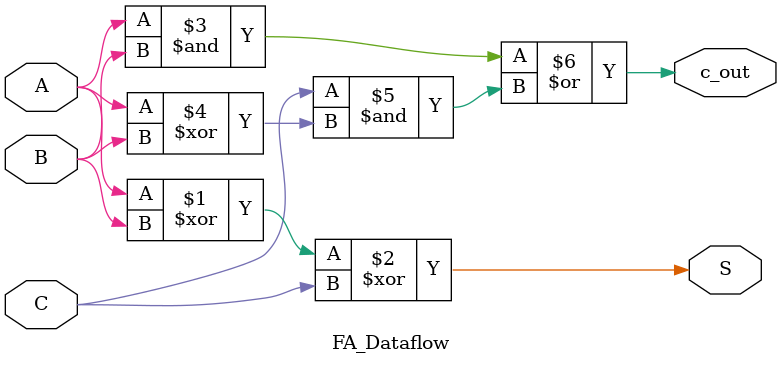
<source format=v>
`timescale 1ns / 1ps


module FA_Dataflow(
output S,
output c_out,
input A,
input B,
input C
   );
assign S=A^B^C;
assign c_out=(A&B)|C&(A^B);
endmodule

</source>
